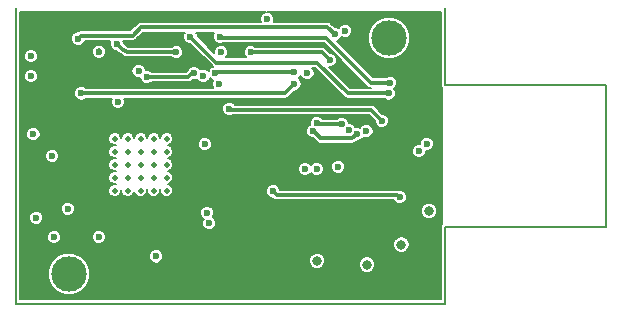
<source format=gbr>
G04 (created by PCBNEW (2013-05-16 BZR 4016)-stable) date 11. 1. 2014 1:24:09*
%MOIN*%
G04 Gerber Fmt 3.4, Leading zero omitted, Abs format*
%FSLAX34Y34*%
G01*
G70*
G90*
G04 APERTURE LIST*
%ADD10C,0.00590551*%
%ADD11C,0.11811*%
%ADD12C,0.023622*%
%ADD13C,0.0314961*%
%ADD14C,0.019685*%
%ADD15C,0.011811*%
%ADD16C,0.00787402*%
G04 APERTURE END LIST*
G54D10*
X20795Y-20510D02*
X20795Y-10667D01*
X35106Y-13206D02*
X35106Y-10667D01*
X40480Y-13206D02*
X35106Y-13206D01*
X35106Y-17970D02*
X35106Y-20510D01*
X40480Y-17970D02*
X35106Y-17970D01*
X40480Y-13206D02*
X40480Y-17970D01*
X35106Y-20510D02*
X20795Y-20510D01*
G54D11*
X33236Y-11651D03*
X22566Y-19525D03*
G54D12*
X27566Y-13187D03*
X27094Y-15195D03*
X28629Y-12124D03*
X31267Y-12399D03*
X34495Y-15175D03*
X34239Y-15431D03*
X27173Y-17478D03*
X30440Y-16021D03*
X27251Y-17832D03*
X30834Y-16021D03*
X26621Y-11612D03*
X33236Y-13502D03*
X27606Y-11612D03*
X33275Y-13147D03*
X22881Y-11671D03*
X31425Y-11533D03*
X22980Y-13502D03*
X30086Y-13187D03*
X30519Y-12832D03*
X31543Y-15943D03*
X30086Y-12793D03*
X30834Y-14486D03*
X27448Y-12832D03*
X31661Y-14525D03*
X30716Y-14762D03*
X27645Y-12124D03*
X32173Y-14860D03*
X24161Y-11848D03*
X26149Y-12124D03*
X22015Y-15588D03*
X22527Y-17340D03*
X31897Y-14722D03*
X22075Y-18292D03*
X32487Y-14762D03*
X21387Y-14860D03*
X32999Y-14407D03*
X27921Y-14014D03*
X29377Y-16769D03*
X33590Y-16966D03*
G54D13*
X34574Y-17419D03*
G54D12*
X30015Y-19750D03*
X24101Y-18680D03*
X21385Y-16297D03*
X23505Y-13030D03*
X22575Y-15590D03*
X33610Y-14486D03*
X26110Y-18689D03*
X21917Y-12557D03*
X32173Y-11415D03*
X33669Y-13777D03*
X27724Y-16454D03*
X24574Y-11179D03*
X26169Y-12636D03*
X27980Y-12202D03*
X27881Y-14880D03*
G54D14*
X32684Y-17537D03*
X32684Y-18088D03*
X32251Y-18088D03*
X31818Y-18088D03*
X31818Y-17537D03*
X32251Y-17537D03*
G54D12*
X21306Y-12931D03*
X21306Y-12262D03*
G54D13*
X30845Y-19080D03*
X32505Y-19210D03*
G54D12*
X26739Y-12832D03*
X25165Y-12951D03*
G54D14*
X25401Y-15884D03*
X25834Y-15884D03*
X25834Y-15451D03*
X25834Y-15017D03*
X25401Y-15017D03*
X25401Y-15451D03*
X24968Y-15884D03*
X24958Y-15874D03*
X25391Y-16307D03*
X25824Y-16307D03*
X25824Y-16740D03*
X25391Y-16740D03*
X24958Y-16740D03*
X24958Y-16307D03*
X24535Y-15884D03*
X24102Y-15884D03*
X24102Y-16317D03*
X24102Y-16750D03*
X24535Y-16750D03*
X24535Y-16317D03*
X24968Y-15884D03*
X24968Y-15884D03*
X24535Y-15451D03*
X24102Y-15451D03*
X24102Y-15017D03*
X24535Y-15017D03*
X24968Y-15017D03*
X24968Y-15451D03*
G54D12*
X23566Y-18286D03*
X24204Y-13779D03*
X23570Y-12110D03*
X29180Y-11021D03*
X21485Y-17650D03*
X31779Y-11415D03*
X25480Y-18935D03*
X27054Y-12911D03*
X24889Y-12754D03*
G54D13*
X33649Y-18541D03*
G54D15*
X30913Y-12124D02*
X30991Y-12124D01*
X30913Y-12124D02*
X28629Y-12124D01*
X30991Y-12124D02*
X31267Y-12399D01*
X27487Y-12478D02*
X26621Y-11612D01*
X30834Y-12478D02*
X27487Y-12478D01*
X31858Y-13502D02*
X30834Y-12478D01*
X32094Y-13502D02*
X31858Y-13502D01*
X33236Y-13502D02*
X32094Y-13502D01*
X27645Y-11651D02*
X27606Y-11612D01*
X31149Y-11651D02*
X27645Y-11651D01*
X33275Y-13147D02*
X32645Y-13147D01*
X32645Y-13147D02*
X31149Y-11651D01*
X23058Y-11573D02*
X22980Y-11573D01*
X31425Y-11533D02*
X31188Y-11297D01*
X31188Y-11297D02*
X24968Y-11297D01*
X24968Y-11297D02*
X24692Y-11573D01*
X24692Y-11573D02*
X23058Y-11573D01*
X22980Y-11573D02*
X22881Y-11671D01*
X29771Y-13502D02*
X23137Y-13502D01*
X23137Y-13502D02*
X22980Y-13502D01*
X30086Y-13187D02*
X29771Y-13502D01*
X27448Y-12832D02*
X27487Y-12793D01*
X27487Y-12793D02*
X30086Y-12793D01*
X30834Y-14486D02*
X30873Y-14525D01*
X30873Y-14525D02*
X31661Y-14525D01*
X30755Y-14801D02*
X30952Y-14998D01*
X30952Y-14998D02*
X32015Y-14998D01*
X32015Y-14998D02*
X32173Y-14860D01*
X30716Y-14762D02*
X30755Y-14801D01*
X24338Y-12006D02*
X24161Y-11848D01*
X24495Y-12124D02*
X24338Y-12006D01*
X26149Y-12124D02*
X24495Y-12124D01*
X32645Y-14053D02*
X32999Y-14407D01*
X27960Y-14053D02*
X32645Y-14053D01*
X27921Y-14014D02*
X27960Y-14053D01*
X29495Y-16888D02*
X29377Y-16769D01*
X33511Y-16888D02*
X29495Y-16888D01*
X33590Y-16966D02*
X33511Y-16888D01*
X26110Y-18689D02*
X27974Y-18689D01*
X29035Y-19750D02*
X30015Y-19750D01*
X27974Y-18689D02*
X29035Y-19750D01*
X26661Y-12832D02*
X26739Y-12832D01*
X26543Y-12951D02*
X26661Y-12832D01*
X25165Y-12951D02*
X26543Y-12951D01*
X21485Y-17650D02*
X21504Y-17650D01*
X23570Y-12045D02*
X23560Y-12045D01*
G54D10*
G36*
X32645Y-13325D02*
X32094Y-13325D01*
X31931Y-13325D01*
X31242Y-12636D01*
X31314Y-12636D01*
X31401Y-12600D01*
X31467Y-12533D01*
X31503Y-12447D01*
X31503Y-12353D01*
X31467Y-12266D01*
X31401Y-12199D01*
X31314Y-12163D01*
X31281Y-12163D01*
X31117Y-11998D01*
X31059Y-11960D01*
X30991Y-11947D01*
X30913Y-11947D01*
X28786Y-11947D01*
X28763Y-11924D01*
X28676Y-11888D01*
X28582Y-11887D01*
X28496Y-11923D01*
X28429Y-11990D01*
X28393Y-12077D01*
X28393Y-12171D01*
X28429Y-12257D01*
X28472Y-12301D01*
X27802Y-12301D01*
X27845Y-12258D01*
X27881Y-12171D01*
X27881Y-12077D01*
X27845Y-11990D01*
X27779Y-11924D01*
X27692Y-11888D01*
X27598Y-11887D01*
X27511Y-11923D01*
X27445Y-11990D01*
X27409Y-12077D01*
X27409Y-12149D01*
X26858Y-11598D01*
X26858Y-11565D01*
X26822Y-11478D01*
X26818Y-11474D01*
X27409Y-11474D01*
X27405Y-11478D01*
X27369Y-11565D01*
X27369Y-11659D01*
X27405Y-11746D01*
X27472Y-11812D01*
X27558Y-11848D01*
X27652Y-11848D01*
X27700Y-11828D01*
X31076Y-11828D01*
X32520Y-13273D01*
X32577Y-13311D01*
X32645Y-13325D01*
X32645Y-13325D01*
G37*
G54D16*
X32645Y-13325D02*
X32094Y-13325D01*
X31931Y-13325D01*
X31242Y-12636D01*
X31314Y-12636D01*
X31401Y-12600D01*
X31467Y-12533D01*
X31503Y-12447D01*
X31503Y-12353D01*
X31467Y-12266D01*
X31401Y-12199D01*
X31314Y-12163D01*
X31281Y-12163D01*
X31117Y-11998D01*
X31059Y-11960D01*
X30991Y-11947D01*
X30913Y-11947D01*
X28786Y-11947D01*
X28763Y-11924D01*
X28676Y-11888D01*
X28582Y-11887D01*
X28496Y-11923D01*
X28429Y-11990D01*
X28393Y-12077D01*
X28393Y-12171D01*
X28429Y-12257D01*
X28472Y-12301D01*
X27802Y-12301D01*
X27845Y-12258D01*
X27881Y-12171D01*
X27881Y-12077D01*
X27845Y-11990D01*
X27779Y-11924D01*
X27692Y-11888D01*
X27598Y-11887D01*
X27511Y-11923D01*
X27445Y-11990D01*
X27409Y-12077D01*
X27409Y-12149D01*
X26858Y-11598D01*
X26858Y-11565D01*
X26822Y-11478D01*
X26818Y-11474D01*
X27409Y-11474D01*
X27405Y-11478D01*
X27369Y-11565D01*
X27369Y-11659D01*
X27405Y-11746D01*
X27472Y-11812D01*
X27558Y-11848D01*
X27652Y-11848D01*
X27700Y-11828D01*
X31076Y-11828D01*
X32520Y-13273D01*
X32577Y-13311D01*
X32645Y-13325D01*
G54D10*
G36*
X35007Y-17862D02*
X35001Y-17866D01*
X34969Y-17914D01*
X34958Y-17970D01*
X34958Y-20362D01*
X34850Y-20362D01*
X34850Y-17364D01*
X34808Y-17263D01*
X34732Y-17187D01*
X34732Y-15128D01*
X34696Y-15041D01*
X34629Y-14975D01*
X34543Y-14939D01*
X34449Y-14939D01*
X34362Y-14975D01*
X34295Y-15041D01*
X34259Y-15128D01*
X34259Y-15195D01*
X34193Y-15195D01*
X34106Y-15230D01*
X34039Y-15297D01*
X34003Y-15384D01*
X34003Y-15478D01*
X34039Y-15564D01*
X34105Y-15631D01*
X34192Y-15667D01*
X34286Y-15667D01*
X34373Y-15631D01*
X34440Y-15565D01*
X34476Y-15478D01*
X34476Y-15411D01*
X34542Y-15411D01*
X34629Y-15375D01*
X34696Y-15309D01*
X34732Y-15222D01*
X34732Y-15128D01*
X34732Y-17187D01*
X34730Y-17186D01*
X34629Y-17143D01*
X34520Y-17143D01*
X34418Y-17185D01*
X34341Y-17263D01*
X34299Y-17364D01*
X34298Y-17474D01*
X34340Y-17575D01*
X34418Y-17653D01*
X34519Y-17695D01*
X34629Y-17695D01*
X34730Y-17653D01*
X34808Y-17575D01*
X34850Y-17474D01*
X34850Y-17364D01*
X34850Y-20362D01*
X33944Y-20362D01*
X33944Y-11511D01*
X33837Y-11250D01*
X33637Y-11051D01*
X33377Y-10943D01*
X33095Y-10943D01*
X32835Y-11050D01*
X32635Y-11249D01*
X32527Y-11510D01*
X32527Y-11792D01*
X32634Y-12052D01*
X32834Y-12252D01*
X33094Y-12360D01*
X33376Y-12360D01*
X33636Y-12252D01*
X33836Y-12053D01*
X33944Y-11793D01*
X33944Y-11511D01*
X33944Y-20362D01*
X33925Y-20362D01*
X33925Y-18486D01*
X33883Y-18385D01*
X33826Y-18328D01*
X33826Y-16919D01*
X33790Y-16833D01*
X33724Y-16766D01*
X33637Y-16730D01*
X33588Y-16730D01*
X33588Y-16730D01*
X33579Y-16724D01*
X33511Y-16710D01*
X33236Y-16710D01*
X33236Y-14360D01*
X33200Y-14274D01*
X33133Y-14207D01*
X33046Y-14171D01*
X33014Y-14171D01*
X32770Y-13928D01*
X32713Y-13889D01*
X32645Y-13876D01*
X28117Y-13876D01*
X28055Y-13813D01*
X27968Y-13777D01*
X27874Y-13777D01*
X27787Y-13813D01*
X27720Y-13880D01*
X27684Y-13966D01*
X27684Y-14060D01*
X27720Y-14147D01*
X27787Y-14214D01*
X27873Y-14250D01*
X27967Y-14250D01*
X28015Y-14230D01*
X32572Y-14230D01*
X32763Y-14422D01*
X32763Y-14454D01*
X32799Y-14541D01*
X32865Y-14607D01*
X32952Y-14643D01*
X33046Y-14643D01*
X33133Y-14608D01*
X33199Y-14541D01*
X33235Y-14454D01*
X33236Y-14360D01*
X33236Y-16710D01*
X32724Y-16710D01*
X32724Y-14715D01*
X32688Y-14628D01*
X32621Y-14561D01*
X32535Y-14525D01*
X32441Y-14525D01*
X32354Y-14561D01*
X32287Y-14628D01*
X32279Y-14648D01*
X32220Y-14624D01*
X32126Y-14624D01*
X32114Y-14629D01*
X32097Y-14589D01*
X32031Y-14522D01*
X31944Y-14486D01*
X31897Y-14486D01*
X31897Y-14479D01*
X31861Y-14392D01*
X31795Y-14325D01*
X31708Y-14289D01*
X31614Y-14289D01*
X31527Y-14325D01*
X31504Y-14348D01*
X31030Y-14348D01*
X30968Y-14286D01*
X30881Y-14250D01*
X30787Y-14250D01*
X30700Y-14286D01*
X30634Y-14352D01*
X30598Y-14439D01*
X30598Y-14533D01*
X30605Y-14552D01*
X30582Y-14561D01*
X30516Y-14628D01*
X30480Y-14714D01*
X30480Y-14808D01*
X30515Y-14895D01*
X30582Y-14962D01*
X30669Y-14998D01*
X30701Y-14998D01*
X30827Y-15123D01*
X30827Y-15123D01*
X30884Y-15161D01*
X30952Y-15175D01*
X30952Y-15175D01*
X32015Y-15175D01*
X32043Y-15169D01*
X32072Y-15166D01*
X32077Y-15163D01*
X32083Y-15161D01*
X32107Y-15145D01*
X32132Y-15131D01*
X32172Y-15096D01*
X32219Y-15096D01*
X32306Y-15060D01*
X32373Y-14994D01*
X32381Y-14973D01*
X32440Y-14998D01*
X32534Y-14998D01*
X32621Y-14962D01*
X32688Y-14896D01*
X32724Y-14809D01*
X32724Y-14715D01*
X32724Y-16710D01*
X31779Y-16710D01*
X31779Y-15896D01*
X31743Y-15809D01*
X31677Y-15743D01*
X31590Y-15706D01*
X31496Y-15706D01*
X31409Y-15742D01*
X31342Y-15809D01*
X31306Y-15895D01*
X31306Y-15989D01*
X31342Y-16076D01*
X31409Y-16143D01*
X31495Y-16179D01*
X31589Y-16179D01*
X31676Y-16143D01*
X31743Y-16077D01*
X31779Y-15990D01*
X31779Y-15896D01*
X31779Y-16710D01*
X31070Y-16710D01*
X31070Y-15975D01*
X31034Y-15888D01*
X30968Y-15821D01*
X30881Y-15785D01*
X30787Y-15785D01*
X30700Y-15821D01*
X30637Y-15884D01*
X30574Y-15821D01*
X30487Y-15785D01*
X30393Y-15785D01*
X30307Y-15821D01*
X30240Y-15887D01*
X30204Y-15974D01*
X30204Y-16068D01*
X30240Y-16155D01*
X30306Y-16222D01*
X30393Y-16258D01*
X30487Y-16258D01*
X30574Y-16222D01*
X30637Y-16159D01*
X30700Y-16222D01*
X30787Y-16258D01*
X30881Y-16258D01*
X30968Y-16222D01*
X31034Y-16155D01*
X31070Y-16069D01*
X31070Y-15975D01*
X31070Y-16710D01*
X29608Y-16710D01*
X29578Y-16636D01*
X29511Y-16569D01*
X29424Y-16533D01*
X29330Y-16533D01*
X29244Y-16569D01*
X29177Y-16635D01*
X29141Y-16722D01*
X29141Y-16816D01*
X29177Y-16903D01*
X29243Y-16970D01*
X29330Y-17006D01*
X29363Y-17006D01*
X29370Y-17013D01*
X29428Y-17051D01*
X29428Y-17051D01*
X29495Y-17065D01*
X33375Y-17065D01*
X33389Y-17100D01*
X33456Y-17166D01*
X33543Y-17202D01*
X33637Y-17203D01*
X33723Y-17167D01*
X33790Y-17100D01*
X33826Y-17013D01*
X33826Y-16919D01*
X33826Y-18328D01*
X33805Y-18308D01*
X33704Y-18266D01*
X33594Y-18265D01*
X33493Y-18307D01*
X33415Y-18385D01*
X33373Y-18486D01*
X33373Y-18596D01*
X33415Y-18697D01*
X33493Y-18775D01*
X33594Y-18817D01*
X33704Y-18817D01*
X33805Y-18775D01*
X33882Y-18697D01*
X33925Y-18596D01*
X33925Y-18486D01*
X33925Y-20362D01*
X32780Y-20362D01*
X32780Y-19155D01*
X32738Y-19054D01*
X32661Y-18976D01*
X32560Y-18934D01*
X32450Y-18934D01*
X32349Y-18976D01*
X32271Y-19053D01*
X32229Y-19154D01*
X32229Y-19264D01*
X32271Y-19365D01*
X32348Y-19443D01*
X32449Y-19485D01*
X32559Y-19485D01*
X32660Y-19443D01*
X32738Y-19366D01*
X32780Y-19265D01*
X32780Y-19155D01*
X32780Y-20362D01*
X31120Y-20362D01*
X31120Y-19025D01*
X31078Y-18924D01*
X31001Y-18846D01*
X30900Y-18804D01*
X30790Y-18804D01*
X30689Y-18846D01*
X30611Y-18923D01*
X30569Y-19024D01*
X30569Y-19134D01*
X30611Y-19235D01*
X30688Y-19313D01*
X30789Y-19355D01*
X30899Y-19355D01*
X31000Y-19313D01*
X31078Y-19236D01*
X31120Y-19135D01*
X31120Y-19025D01*
X31120Y-20362D01*
X27488Y-20362D01*
X27488Y-17786D01*
X27452Y-17699D01*
X27385Y-17632D01*
X27362Y-17623D01*
X27373Y-17612D01*
X27409Y-17525D01*
X27409Y-17431D01*
X27373Y-17344D01*
X27330Y-17302D01*
X27330Y-15148D01*
X27294Y-15061D01*
X27228Y-14994D01*
X27141Y-14958D01*
X27047Y-14958D01*
X26960Y-14994D01*
X26894Y-15061D01*
X26858Y-15147D01*
X26858Y-15241D01*
X26893Y-15328D01*
X26960Y-15395D01*
X27047Y-15431D01*
X27141Y-15431D01*
X27227Y-15395D01*
X27294Y-15329D01*
X27330Y-15242D01*
X27330Y-15148D01*
X27330Y-17302D01*
X27307Y-17278D01*
X27220Y-17242D01*
X27126Y-17242D01*
X27039Y-17278D01*
X26972Y-17344D01*
X26936Y-17431D01*
X26936Y-17525D01*
X26972Y-17612D01*
X27039Y-17678D01*
X27062Y-17688D01*
X27051Y-17698D01*
X27015Y-17785D01*
X27015Y-17879D01*
X27051Y-17966D01*
X27117Y-18033D01*
X27204Y-18069D01*
X27298Y-18069D01*
X27385Y-18033D01*
X27451Y-17966D01*
X27487Y-17880D01*
X27488Y-17786D01*
X27488Y-20362D01*
X26051Y-20362D01*
X26051Y-15841D01*
X26018Y-15761D01*
X25957Y-15700D01*
X25877Y-15667D01*
X25877Y-15667D01*
X25956Y-15634D01*
X26017Y-15573D01*
X26050Y-15494D01*
X26051Y-15408D01*
X26018Y-15328D01*
X25957Y-15267D01*
X25877Y-15234D01*
X25877Y-15234D01*
X25956Y-15201D01*
X26017Y-15140D01*
X26050Y-15061D01*
X26051Y-14975D01*
X26018Y-14895D01*
X25957Y-14834D01*
X25877Y-14801D01*
X25791Y-14801D01*
X25711Y-14834D01*
X25650Y-14895D01*
X25617Y-14974D01*
X25617Y-14975D01*
X25585Y-14895D01*
X25524Y-14834D01*
X25444Y-14801D01*
X25358Y-14801D01*
X25278Y-14834D01*
X25217Y-14895D01*
X25184Y-14974D01*
X25184Y-14975D01*
X25151Y-14895D01*
X25091Y-14834D01*
X25011Y-14801D01*
X24925Y-14801D01*
X24845Y-14834D01*
X24784Y-14895D01*
X24751Y-14974D01*
X24751Y-14975D01*
X24718Y-14895D01*
X24658Y-14834D01*
X24578Y-14801D01*
X24492Y-14801D01*
X24412Y-14834D01*
X24351Y-14895D01*
X24318Y-14974D01*
X24318Y-14975D01*
X24285Y-14895D01*
X24224Y-14834D01*
X24145Y-14801D01*
X24059Y-14801D01*
X23979Y-14834D01*
X23918Y-14895D01*
X23885Y-14974D01*
X23885Y-15060D01*
X23918Y-15140D01*
X23979Y-15201D01*
X24058Y-15234D01*
X24145Y-15234D01*
X24059Y-15234D01*
X23979Y-15267D01*
X23918Y-15328D01*
X23885Y-15407D01*
X23885Y-15493D01*
X23918Y-15573D01*
X23979Y-15634D01*
X24058Y-15667D01*
X24145Y-15667D01*
X24059Y-15667D01*
X23979Y-15700D01*
X23918Y-15761D01*
X23885Y-15840D01*
X23885Y-15926D01*
X23918Y-16006D01*
X23979Y-16067D01*
X24058Y-16100D01*
X24145Y-16100D01*
X24059Y-16100D01*
X23979Y-16133D01*
X23918Y-16194D01*
X23885Y-16273D01*
X23885Y-16360D01*
X23918Y-16439D01*
X23979Y-16500D01*
X24058Y-16533D01*
X24145Y-16533D01*
X24059Y-16533D01*
X23979Y-16566D01*
X23918Y-16627D01*
X23885Y-16706D01*
X23885Y-16793D01*
X23918Y-16872D01*
X23979Y-16933D01*
X24058Y-16966D01*
X24145Y-16966D01*
X24224Y-16933D01*
X24285Y-16873D01*
X24318Y-16793D01*
X24318Y-16707D01*
X24318Y-16793D01*
X24351Y-16872D01*
X24412Y-16933D01*
X24491Y-16966D01*
X24578Y-16966D01*
X24657Y-16933D01*
X24718Y-16873D01*
X24748Y-16800D01*
X24774Y-16862D01*
X24835Y-16923D01*
X24915Y-16956D01*
X25001Y-16956D01*
X25080Y-16924D01*
X25141Y-16863D01*
X25174Y-16783D01*
X25175Y-16697D01*
X25174Y-16783D01*
X25207Y-16862D01*
X25268Y-16923D01*
X25348Y-16956D01*
X25434Y-16956D01*
X25514Y-16924D01*
X25574Y-16863D01*
X25608Y-16783D01*
X25608Y-16697D01*
X25608Y-16783D01*
X25640Y-16862D01*
X25701Y-16923D01*
X25781Y-16956D01*
X25867Y-16956D01*
X25947Y-16924D01*
X26008Y-16863D01*
X26041Y-16783D01*
X26041Y-16697D01*
X26008Y-16617D01*
X25947Y-16556D01*
X25867Y-16523D01*
X25867Y-16523D01*
X25947Y-16490D01*
X26008Y-16430D01*
X26041Y-16350D01*
X26041Y-16264D01*
X26008Y-16184D01*
X25947Y-16123D01*
X25884Y-16097D01*
X25956Y-16067D01*
X26017Y-16006D01*
X26050Y-15927D01*
X26051Y-15841D01*
X26051Y-20362D01*
X25716Y-20362D01*
X25716Y-18888D01*
X25680Y-18801D01*
X25614Y-18735D01*
X25527Y-18699D01*
X25433Y-18699D01*
X25346Y-18734D01*
X25279Y-18801D01*
X25243Y-18888D01*
X25243Y-18982D01*
X25279Y-19068D01*
X25346Y-19135D01*
X25432Y-19171D01*
X25526Y-19171D01*
X25613Y-19135D01*
X25680Y-19069D01*
X25716Y-18982D01*
X25716Y-18888D01*
X25716Y-20362D01*
X23802Y-20362D01*
X23802Y-18239D01*
X23766Y-18152D01*
X23699Y-18085D01*
X23613Y-18049D01*
X23519Y-18049D01*
X23432Y-18085D01*
X23365Y-18152D01*
X23329Y-18238D01*
X23329Y-18332D01*
X23365Y-18419D01*
X23432Y-18486D01*
X23518Y-18522D01*
X23612Y-18522D01*
X23699Y-18486D01*
X23766Y-18419D01*
X23802Y-18333D01*
X23802Y-18239D01*
X23802Y-20362D01*
X23275Y-20362D01*
X23275Y-19385D01*
X23167Y-19124D01*
X22968Y-18925D01*
X22763Y-18840D01*
X22763Y-17294D01*
X22727Y-17207D01*
X22661Y-17140D01*
X22574Y-17104D01*
X22480Y-17104D01*
X22393Y-17140D01*
X22327Y-17206D01*
X22291Y-17293D01*
X22291Y-17387D01*
X22326Y-17474D01*
X22393Y-17540D01*
X22480Y-17576D01*
X22574Y-17577D01*
X22660Y-17541D01*
X22727Y-17474D01*
X22763Y-17387D01*
X22763Y-17294D01*
X22763Y-18840D01*
X22708Y-18817D01*
X22426Y-18817D01*
X22311Y-18864D01*
X22311Y-18245D01*
X22275Y-18158D01*
X22251Y-18134D01*
X22251Y-15542D01*
X22215Y-15455D01*
X22149Y-15388D01*
X22062Y-15352D01*
X21968Y-15352D01*
X21881Y-15388D01*
X21815Y-15454D01*
X21779Y-15541D01*
X21779Y-15635D01*
X21815Y-15722D01*
X21881Y-15788D01*
X21968Y-15824D01*
X22062Y-15825D01*
X22149Y-15789D01*
X22215Y-15722D01*
X22251Y-15636D01*
X22251Y-15542D01*
X22251Y-18134D01*
X22208Y-18091D01*
X22122Y-18055D01*
X22028Y-18055D01*
X21941Y-18091D01*
X21874Y-18158D01*
X21838Y-18244D01*
X21838Y-18338D01*
X21874Y-18425D01*
X21941Y-18492D01*
X22027Y-18528D01*
X22121Y-18528D01*
X22208Y-18492D01*
X22275Y-18425D01*
X22311Y-18339D01*
X22311Y-18245D01*
X22311Y-18864D01*
X22165Y-18924D01*
X21966Y-19123D01*
X21858Y-19384D01*
X21857Y-19666D01*
X21965Y-19926D01*
X22164Y-20126D01*
X22425Y-20234D01*
X22707Y-20234D01*
X22967Y-20126D01*
X23167Y-19927D01*
X23275Y-19667D01*
X23275Y-19385D01*
X23275Y-20362D01*
X21721Y-20362D01*
X21721Y-17603D01*
X21685Y-17516D01*
X21623Y-17454D01*
X21623Y-14813D01*
X21587Y-14726D01*
X21543Y-14682D01*
X21543Y-12884D01*
X21543Y-12215D01*
X21507Y-12128D01*
X21440Y-12061D01*
X21354Y-12025D01*
X21260Y-12025D01*
X21173Y-12061D01*
X21106Y-12128D01*
X21070Y-12214D01*
X21070Y-12308D01*
X21106Y-12395D01*
X21172Y-12462D01*
X21259Y-12498D01*
X21353Y-12498D01*
X21440Y-12462D01*
X21507Y-12396D01*
X21543Y-12309D01*
X21543Y-12215D01*
X21543Y-12884D01*
X21507Y-12797D01*
X21440Y-12731D01*
X21354Y-12695D01*
X21260Y-12695D01*
X21173Y-12730D01*
X21106Y-12797D01*
X21070Y-12884D01*
X21070Y-12978D01*
X21106Y-13064D01*
X21172Y-13131D01*
X21259Y-13167D01*
X21353Y-13167D01*
X21440Y-13131D01*
X21507Y-13065D01*
X21543Y-12978D01*
X21543Y-12884D01*
X21543Y-14682D01*
X21520Y-14659D01*
X21434Y-14623D01*
X21340Y-14623D01*
X21253Y-14659D01*
X21186Y-14726D01*
X21150Y-14812D01*
X21150Y-14906D01*
X21186Y-14993D01*
X21253Y-15060D01*
X21339Y-15096D01*
X21433Y-15096D01*
X21520Y-15060D01*
X21587Y-14993D01*
X21623Y-14907D01*
X21623Y-14813D01*
X21623Y-17454D01*
X21618Y-17449D01*
X21532Y-17413D01*
X21438Y-17413D01*
X21351Y-17449D01*
X21284Y-17516D01*
X21248Y-17602D01*
X21248Y-17696D01*
X21284Y-17783D01*
X21351Y-17850D01*
X21437Y-17886D01*
X21531Y-17886D01*
X21618Y-17850D01*
X21685Y-17783D01*
X21721Y-17697D01*
X21721Y-17603D01*
X21721Y-20362D01*
X20942Y-20362D01*
X20942Y-10785D01*
X29134Y-10785D01*
X29047Y-10821D01*
X28980Y-10887D01*
X28944Y-10974D01*
X28944Y-11068D01*
X28965Y-11120D01*
X24968Y-11120D01*
X24900Y-11133D01*
X24843Y-11172D01*
X24619Y-11395D01*
X23058Y-11395D01*
X22980Y-11395D01*
X22912Y-11409D01*
X22873Y-11435D01*
X22834Y-11435D01*
X22748Y-11471D01*
X22681Y-11537D01*
X22645Y-11624D01*
X22645Y-11718D01*
X22681Y-11805D01*
X22747Y-11871D01*
X22834Y-11907D01*
X22928Y-11907D01*
X23015Y-11871D01*
X23081Y-11805D01*
X23104Y-11750D01*
X23946Y-11750D01*
X23925Y-11801D01*
X23924Y-11895D01*
X23960Y-11982D01*
X24027Y-12048D01*
X24114Y-12084D01*
X24160Y-12084D01*
X24220Y-12138D01*
X24226Y-12142D01*
X24232Y-12147D01*
X24389Y-12266D01*
X24410Y-12275D01*
X24428Y-12287D01*
X24440Y-12290D01*
X24451Y-12295D01*
X24474Y-12297D01*
X24495Y-12301D01*
X25992Y-12301D01*
X26015Y-12324D01*
X26102Y-12360D01*
X26196Y-12360D01*
X26283Y-12324D01*
X26349Y-12258D01*
X26385Y-12171D01*
X26385Y-12077D01*
X26349Y-11990D01*
X26283Y-11924D01*
X26196Y-11888D01*
X26102Y-11887D01*
X26015Y-11923D01*
X25992Y-11947D01*
X24554Y-11947D01*
X24451Y-11869D01*
X24397Y-11821D01*
X24397Y-11801D01*
X24376Y-11750D01*
X24692Y-11750D01*
X24760Y-11736D01*
X24760Y-11736D01*
X24817Y-11698D01*
X25041Y-11474D01*
X26425Y-11474D01*
X26421Y-11478D01*
X26385Y-11565D01*
X26385Y-11659D01*
X26421Y-11746D01*
X26487Y-11812D01*
X26574Y-11848D01*
X26607Y-11848D01*
X27362Y-12603D01*
X27362Y-12603D01*
X27371Y-12609D01*
X27314Y-12632D01*
X27248Y-12698D01*
X27227Y-12749D01*
X27188Y-12711D01*
X27102Y-12675D01*
X27008Y-12675D01*
X26941Y-12702D01*
X26940Y-12699D01*
X26873Y-12632D01*
X26787Y-12596D01*
X26693Y-12596D01*
X26606Y-12632D01*
X26539Y-12698D01*
X26536Y-12707D01*
X26535Y-12707D01*
X26469Y-12773D01*
X25322Y-12773D01*
X25299Y-12750D01*
X25212Y-12714D01*
X25125Y-12714D01*
X25125Y-12707D01*
X25089Y-12620D01*
X25023Y-12554D01*
X24936Y-12517D01*
X24842Y-12517D01*
X24755Y-12553D01*
X24689Y-12620D01*
X24653Y-12706D01*
X24653Y-12800D01*
X24689Y-12887D01*
X24755Y-12954D01*
X24842Y-12990D01*
X24928Y-12990D01*
X24928Y-12997D01*
X24964Y-13084D01*
X25031Y-13151D01*
X25117Y-13187D01*
X25211Y-13187D01*
X25298Y-13151D01*
X25322Y-13128D01*
X26543Y-13128D01*
X26610Y-13114D01*
X26610Y-13114D01*
X26668Y-13076D01*
X26680Y-13064D01*
X26692Y-13069D01*
X26786Y-13069D01*
X26853Y-13041D01*
X26854Y-13045D01*
X26920Y-13111D01*
X27007Y-13147D01*
X27101Y-13147D01*
X27188Y-13112D01*
X27255Y-13045D01*
X27276Y-12994D01*
X27314Y-13033D01*
X27366Y-13054D01*
X27330Y-13140D01*
X27330Y-13234D01*
X27366Y-13320D01*
X27370Y-13325D01*
X23806Y-13325D01*
X23806Y-12063D01*
X23771Y-11976D01*
X23704Y-11909D01*
X23640Y-11883D01*
X23638Y-11881D01*
X23635Y-11881D01*
X23617Y-11873D01*
X23598Y-11873D01*
X23570Y-11868D01*
X23560Y-11868D01*
X23533Y-11873D01*
X23523Y-11873D01*
X23514Y-11877D01*
X23493Y-11881D01*
X23474Y-11894D01*
X23437Y-11909D01*
X23370Y-11976D01*
X23334Y-12062D01*
X23334Y-12156D01*
X23370Y-12243D01*
X23436Y-12310D01*
X23523Y-12346D01*
X23617Y-12346D01*
X23704Y-12310D01*
X23770Y-12243D01*
X23806Y-12157D01*
X23806Y-12063D01*
X23806Y-13325D01*
X23137Y-13325D01*
X23137Y-13325D01*
X23114Y-13302D01*
X23027Y-13266D01*
X22933Y-13265D01*
X22846Y-13301D01*
X22779Y-13368D01*
X22743Y-13455D01*
X22743Y-13548D01*
X22779Y-13635D01*
X22846Y-13702D01*
X22932Y-13738D01*
X23026Y-13738D01*
X23113Y-13702D01*
X23137Y-13679D01*
X23137Y-13679D01*
X23989Y-13679D01*
X23967Y-13731D01*
X23967Y-13825D01*
X24003Y-13912D01*
X24070Y-13979D01*
X24156Y-14015D01*
X24250Y-14015D01*
X24337Y-13979D01*
X24404Y-13912D01*
X24440Y-13826D01*
X24440Y-13732D01*
X24418Y-13679D01*
X29771Y-13679D01*
X29839Y-13665D01*
X29896Y-13627D01*
X29897Y-13627D01*
X30100Y-13423D01*
X30133Y-13423D01*
X30220Y-13387D01*
X30286Y-13321D01*
X30322Y-13234D01*
X30322Y-13140D01*
X30286Y-13053D01*
X30223Y-12990D01*
X30286Y-12927D01*
X30294Y-12907D01*
X30319Y-12966D01*
X30385Y-13033D01*
X30472Y-13069D01*
X30566Y-13069D01*
X30653Y-13033D01*
X30719Y-12966D01*
X30755Y-12880D01*
X30755Y-12786D01*
X30719Y-12699D01*
X30676Y-12655D01*
X30761Y-12655D01*
X31732Y-13627D01*
X31790Y-13665D01*
X31858Y-13679D01*
X32094Y-13679D01*
X33079Y-13679D01*
X33102Y-13702D01*
X33188Y-13738D01*
X33282Y-13738D01*
X33369Y-13702D01*
X33436Y-13636D01*
X33472Y-13549D01*
X33472Y-13455D01*
X33436Y-13368D01*
X33412Y-13344D01*
X33475Y-13281D01*
X33511Y-13195D01*
X33511Y-13101D01*
X33475Y-13014D01*
X33409Y-12947D01*
X33322Y-12911D01*
X33228Y-12911D01*
X33141Y-12947D01*
X33118Y-12970D01*
X32718Y-12970D01*
X31504Y-11756D01*
X31558Y-11734D01*
X31625Y-11667D01*
X31646Y-11616D01*
X31732Y-11651D01*
X31826Y-11651D01*
X31912Y-11615D01*
X31979Y-11549D01*
X32015Y-11462D01*
X32015Y-11368D01*
X31979Y-11281D01*
X31913Y-11215D01*
X31826Y-11179D01*
X31732Y-11179D01*
X31645Y-11215D01*
X31579Y-11281D01*
X31557Y-11333D01*
X31472Y-11297D01*
X31439Y-11297D01*
X31314Y-11172D01*
X31256Y-11133D01*
X31188Y-11120D01*
X29395Y-11120D01*
X29417Y-11069D01*
X29417Y-10975D01*
X29381Y-10888D01*
X29314Y-10821D01*
X29228Y-10785D01*
X29181Y-10785D01*
X34958Y-10785D01*
X34958Y-13206D01*
X34969Y-13263D01*
X35001Y-13311D01*
X35007Y-13315D01*
X35007Y-17862D01*
X35007Y-17862D01*
G37*
G54D16*
X35007Y-17862D02*
X35001Y-17866D01*
X34969Y-17914D01*
X34958Y-17970D01*
X34958Y-20362D01*
X34850Y-20362D01*
X34850Y-17364D01*
X34808Y-17263D01*
X34732Y-17187D01*
X34732Y-15128D01*
X34696Y-15041D01*
X34629Y-14975D01*
X34543Y-14939D01*
X34449Y-14939D01*
X34362Y-14975D01*
X34295Y-15041D01*
X34259Y-15128D01*
X34259Y-15195D01*
X34193Y-15195D01*
X34106Y-15230D01*
X34039Y-15297D01*
X34003Y-15384D01*
X34003Y-15478D01*
X34039Y-15564D01*
X34105Y-15631D01*
X34192Y-15667D01*
X34286Y-15667D01*
X34373Y-15631D01*
X34440Y-15565D01*
X34476Y-15478D01*
X34476Y-15411D01*
X34542Y-15411D01*
X34629Y-15375D01*
X34696Y-15309D01*
X34732Y-15222D01*
X34732Y-15128D01*
X34732Y-17187D01*
X34730Y-17186D01*
X34629Y-17143D01*
X34520Y-17143D01*
X34418Y-17185D01*
X34341Y-17263D01*
X34299Y-17364D01*
X34298Y-17474D01*
X34340Y-17575D01*
X34418Y-17653D01*
X34519Y-17695D01*
X34629Y-17695D01*
X34730Y-17653D01*
X34808Y-17575D01*
X34850Y-17474D01*
X34850Y-17364D01*
X34850Y-20362D01*
X33944Y-20362D01*
X33944Y-11511D01*
X33837Y-11250D01*
X33637Y-11051D01*
X33377Y-10943D01*
X33095Y-10943D01*
X32835Y-11050D01*
X32635Y-11249D01*
X32527Y-11510D01*
X32527Y-11792D01*
X32634Y-12052D01*
X32834Y-12252D01*
X33094Y-12360D01*
X33376Y-12360D01*
X33636Y-12252D01*
X33836Y-12053D01*
X33944Y-11793D01*
X33944Y-11511D01*
X33944Y-20362D01*
X33925Y-20362D01*
X33925Y-18486D01*
X33883Y-18385D01*
X33826Y-18328D01*
X33826Y-16919D01*
X33790Y-16833D01*
X33724Y-16766D01*
X33637Y-16730D01*
X33588Y-16730D01*
X33588Y-16730D01*
X33579Y-16724D01*
X33511Y-16710D01*
X33236Y-16710D01*
X33236Y-14360D01*
X33200Y-14274D01*
X33133Y-14207D01*
X33046Y-14171D01*
X33014Y-14171D01*
X32770Y-13928D01*
X32713Y-13889D01*
X32645Y-13876D01*
X28117Y-13876D01*
X28055Y-13813D01*
X27968Y-13777D01*
X27874Y-13777D01*
X27787Y-13813D01*
X27720Y-13880D01*
X27684Y-13966D01*
X27684Y-14060D01*
X27720Y-14147D01*
X27787Y-14214D01*
X27873Y-14250D01*
X27967Y-14250D01*
X28015Y-14230D01*
X32572Y-14230D01*
X32763Y-14422D01*
X32763Y-14454D01*
X32799Y-14541D01*
X32865Y-14607D01*
X32952Y-14643D01*
X33046Y-14643D01*
X33133Y-14608D01*
X33199Y-14541D01*
X33235Y-14454D01*
X33236Y-14360D01*
X33236Y-16710D01*
X32724Y-16710D01*
X32724Y-14715D01*
X32688Y-14628D01*
X32621Y-14561D01*
X32535Y-14525D01*
X32441Y-14525D01*
X32354Y-14561D01*
X32287Y-14628D01*
X32279Y-14648D01*
X32220Y-14624D01*
X32126Y-14624D01*
X32114Y-14629D01*
X32097Y-14589D01*
X32031Y-14522D01*
X31944Y-14486D01*
X31897Y-14486D01*
X31897Y-14479D01*
X31861Y-14392D01*
X31795Y-14325D01*
X31708Y-14289D01*
X31614Y-14289D01*
X31527Y-14325D01*
X31504Y-14348D01*
X31030Y-14348D01*
X30968Y-14286D01*
X30881Y-14250D01*
X30787Y-14250D01*
X30700Y-14286D01*
X30634Y-14352D01*
X30598Y-14439D01*
X30598Y-14533D01*
X30605Y-14552D01*
X30582Y-14561D01*
X30516Y-14628D01*
X30480Y-14714D01*
X30480Y-14808D01*
X30515Y-14895D01*
X30582Y-14962D01*
X30669Y-14998D01*
X30701Y-14998D01*
X30827Y-15123D01*
X30827Y-15123D01*
X30884Y-15161D01*
X30952Y-15175D01*
X30952Y-15175D01*
X32015Y-15175D01*
X32043Y-15169D01*
X32072Y-15166D01*
X32077Y-15163D01*
X32083Y-15161D01*
X32107Y-15145D01*
X32132Y-15131D01*
X32172Y-15096D01*
X32219Y-15096D01*
X32306Y-15060D01*
X32373Y-14994D01*
X32381Y-14973D01*
X32440Y-14998D01*
X32534Y-14998D01*
X32621Y-14962D01*
X32688Y-14896D01*
X32724Y-14809D01*
X32724Y-14715D01*
X32724Y-16710D01*
X31779Y-16710D01*
X31779Y-15896D01*
X31743Y-15809D01*
X31677Y-15743D01*
X31590Y-15706D01*
X31496Y-15706D01*
X31409Y-15742D01*
X31342Y-15809D01*
X31306Y-15895D01*
X31306Y-15989D01*
X31342Y-16076D01*
X31409Y-16143D01*
X31495Y-16179D01*
X31589Y-16179D01*
X31676Y-16143D01*
X31743Y-16077D01*
X31779Y-15990D01*
X31779Y-15896D01*
X31779Y-16710D01*
X31070Y-16710D01*
X31070Y-15975D01*
X31034Y-15888D01*
X30968Y-15821D01*
X30881Y-15785D01*
X30787Y-15785D01*
X30700Y-15821D01*
X30637Y-15884D01*
X30574Y-15821D01*
X30487Y-15785D01*
X30393Y-15785D01*
X30307Y-15821D01*
X30240Y-15887D01*
X30204Y-15974D01*
X30204Y-16068D01*
X30240Y-16155D01*
X30306Y-16222D01*
X30393Y-16258D01*
X30487Y-16258D01*
X30574Y-16222D01*
X30637Y-16159D01*
X30700Y-16222D01*
X30787Y-16258D01*
X30881Y-16258D01*
X30968Y-16222D01*
X31034Y-16155D01*
X31070Y-16069D01*
X31070Y-15975D01*
X31070Y-16710D01*
X29608Y-16710D01*
X29578Y-16636D01*
X29511Y-16569D01*
X29424Y-16533D01*
X29330Y-16533D01*
X29244Y-16569D01*
X29177Y-16635D01*
X29141Y-16722D01*
X29141Y-16816D01*
X29177Y-16903D01*
X29243Y-16970D01*
X29330Y-17006D01*
X29363Y-17006D01*
X29370Y-17013D01*
X29428Y-17051D01*
X29428Y-17051D01*
X29495Y-17065D01*
X33375Y-17065D01*
X33389Y-17100D01*
X33456Y-17166D01*
X33543Y-17202D01*
X33637Y-17203D01*
X33723Y-17167D01*
X33790Y-17100D01*
X33826Y-17013D01*
X33826Y-16919D01*
X33826Y-18328D01*
X33805Y-18308D01*
X33704Y-18266D01*
X33594Y-18265D01*
X33493Y-18307D01*
X33415Y-18385D01*
X33373Y-18486D01*
X33373Y-18596D01*
X33415Y-18697D01*
X33493Y-18775D01*
X33594Y-18817D01*
X33704Y-18817D01*
X33805Y-18775D01*
X33882Y-18697D01*
X33925Y-18596D01*
X33925Y-18486D01*
X33925Y-20362D01*
X32780Y-20362D01*
X32780Y-19155D01*
X32738Y-19054D01*
X32661Y-18976D01*
X32560Y-18934D01*
X32450Y-18934D01*
X32349Y-18976D01*
X32271Y-19053D01*
X32229Y-19154D01*
X32229Y-19264D01*
X32271Y-19365D01*
X32348Y-19443D01*
X32449Y-19485D01*
X32559Y-19485D01*
X32660Y-19443D01*
X32738Y-19366D01*
X32780Y-19265D01*
X32780Y-19155D01*
X32780Y-20362D01*
X31120Y-20362D01*
X31120Y-19025D01*
X31078Y-18924D01*
X31001Y-18846D01*
X30900Y-18804D01*
X30790Y-18804D01*
X30689Y-18846D01*
X30611Y-18923D01*
X30569Y-19024D01*
X30569Y-19134D01*
X30611Y-19235D01*
X30688Y-19313D01*
X30789Y-19355D01*
X30899Y-19355D01*
X31000Y-19313D01*
X31078Y-19236D01*
X31120Y-19135D01*
X31120Y-19025D01*
X31120Y-20362D01*
X27488Y-20362D01*
X27488Y-17786D01*
X27452Y-17699D01*
X27385Y-17632D01*
X27362Y-17623D01*
X27373Y-17612D01*
X27409Y-17525D01*
X27409Y-17431D01*
X27373Y-17344D01*
X27330Y-17302D01*
X27330Y-15148D01*
X27294Y-15061D01*
X27228Y-14994D01*
X27141Y-14958D01*
X27047Y-14958D01*
X26960Y-14994D01*
X26894Y-15061D01*
X26858Y-15147D01*
X26858Y-15241D01*
X26893Y-15328D01*
X26960Y-15395D01*
X27047Y-15431D01*
X27141Y-15431D01*
X27227Y-15395D01*
X27294Y-15329D01*
X27330Y-15242D01*
X27330Y-15148D01*
X27330Y-17302D01*
X27307Y-17278D01*
X27220Y-17242D01*
X27126Y-17242D01*
X27039Y-17278D01*
X26972Y-17344D01*
X26936Y-17431D01*
X26936Y-17525D01*
X26972Y-17612D01*
X27039Y-17678D01*
X27062Y-17688D01*
X27051Y-17698D01*
X27015Y-17785D01*
X27015Y-17879D01*
X27051Y-17966D01*
X27117Y-18033D01*
X27204Y-18069D01*
X27298Y-18069D01*
X27385Y-18033D01*
X27451Y-17966D01*
X27487Y-17880D01*
X27488Y-17786D01*
X27488Y-20362D01*
X26051Y-20362D01*
X26051Y-15841D01*
X26018Y-15761D01*
X25957Y-15700D01*
X25877Y-15667D01*
X25877Y-15667D01*
X25956Y-15634D01*
X26017Y-15573D01*
X26050Y-15494D01*
X26051Y-15408D01*
X26018Y-15328D01*
X25957Y-15267D01*
X25877Y-15234D01*
X25877Y-15234D01*
X25956Y-15201D01*
X26017Y-15140D01*
X26050Y-15061D01*
X26051Y-14975D01*
X26018Y-14895D01*
X25957Y-14834D01*
X25877Y-14801D01*
X25791Y-14801D01*
X25711Y-14834D01*
X25650Y-14895D01*
X25617Y-14974D01*
X25617Y-14975D01*
X25585Y-14895D01*
X25524Y-14834D01*
X25444Y-14801D01*
X25358Y-14801D01*
X25278Y-14834D01*
X25217Y-14895D01*
X25184Y-14974D01*
X25184Y-14975D01*
X25151Y-14895D01*
X25091Y-14834D01*
X25011Y-14801D01*
X24925Y-14801D01*
X24845Y-14834D01*
X24784Y-14895D01*
X24751Y-14974D01*
X24751Y-14975D01*
X24718Y-14895D01*
X24658Y-14834D01*
X24578Y-14801D01*
X24492Y-14801D01*
X24412Y-14834D01*
X24351Y-14895D01*
X24318Y-14974D01*
X24318Y-14975D01*
X24285Y-14895D01*
X24224Y-14834D01*
X24145Y-14801D01*
X24059Y-14801D01*
X23979Y-14834D01*
X23918Y-14895D01*
X23885Y-14974D01*
X23885Y-15060D01*
X23918Y-15140D01*
X23979Y-15201D01*
X24058Y-15234D01*
X24145Y-15234D01*
X24059Y-15234D01*
X23979Y-15267D01*
X23918Y-15328D01*
X23885Y-15407D01*
X23885Y-15493D01*
X23918Y-15573D01*
X23979Y-15634D01*
X24058Y-15667D01*
X24145Y-15667D01*
X24059Y-15667D01*
X23979Y-15700D01*
X23918Y-15761D01*
X23885Y-15840D01*
X23885Y-15926D01*
X23918Y-16006D01*
X23979Y-16067D01*
X24058Y-16100D01*
X24145Y-16100D01*
X24059Y-16100D01*
X23979Y-16133D01*
X23918Y-16194D01*
X23885Y-16273D01*
X23885Y-16360D01*
X23918Y-16439D01*
X23979Y-16500D01*
X24058Y-16533D01*
X24145Y-16533D01*
X24059Y-16533D01*
X23979Y-16566D01*
X23918Y-16627D01*
X23885Y-16706D01*
X23885Y-16793D01*
X23918Y-16872D01*
X23979Y-16933D01*
X24058Y-16966D01*
X24145Y-16966D01*
X24224Y-16933D01*
X24285Y-16873D01*
X24318Y-16793D01*
X24318Y-16707D01*
X24318Y-16793D01*
X24351Y-16872D01*
X24412Y-16933D01*
X24491Y-16966D01*
X24578Y-16966D01*
X24657Y-16933D01*
X24718Y-16873D01*
X24748Y-16800D01*
X24774Y-16862D01*
X24835Y-16923D01*
X24915Y-16956D01*
X25001Y-16956D01*
X25080Y-16924D01*
X25141Y-16863D01*
X25174Y-16783D01*
X25175Y-16697D01*
X25174Y-16783D01*
X25207Y-16862D01*
X25268Y-16923D01*
X25348Y-16956D01*
X25434Y-16956D01*
X25514Y-16924D01*
X25574Y-16863D01*
X25608Y-16783D01*
X25608Y-16697D01*
X25608Y-16783D01*
X25640Y-16862D01*
X25701Y-16923D01*
X25781Y-16956D01*
X25867Y-16956D01*
X25947Y-16924D01*
X26008Y-16863D01*
X26041Y-16783D01*
X26041Y-16697D01*
X26008Y-16617D01*
X25947Y-16556D01*
X25867Y-16523D01*
X25867Y-16523D01*
X25947Y-16490D01*
X26008Y-16430D01*
X26041Y-16350D01*
X26041Y-16264D01*
X26008Y-16184D01*
X25947Y-16123D01*
X25884Y-16097D01*
X25956Y-16067D01*
X26017Y-16006D01*
X26050Y-15927D01*
X26051Y-15841D01*
X26051Y-20362D01*
X25716Y-20362D01*
X25716Y-18888D01*
X25680Y-18801D01*
X25614Y-18735D01*
X25527Y-18699D01*
X25433Y-18699D01*
X25346Y-18734D01*
X25279Y-18801D01*
X25243Y-18888D01*
X25243Y-18982D01*
X25279Y-19068D01*
X25346Y-19135D01*
X25432Y-19171D01*
X25526Y-19171D01*
X25613Y-19135D01*
X25680Y-19069D01*
X25716Y-18982D01*
X25716Y-18888D01*
X25716Y-20362D01*
X23802Y-20362D01*
X23802Y-18239D01*
X23766Y-18152D01*
X23699Y-18085D01*
X23613Y-18049D01*
X23519Y-18049D01*
X23432Y-18085D01*
X23365Y-18152D01*
X23329Y-18238D01*
X23329Y-18332D01*
X23365Y-18419D01*
X23432Y-18486D01*
X23518Y-18522D01*
X23612Y-18522D01*
X23699Y-18486D01*
X23766Y-18419D01*
X23802Y-18333D01*
X23802Y-18239D01*
X23802Y-20362D01*
X23275Y-20362D01*
X23275Y-19385D01*
X23167Y-19124D01*
X22968Y-18925D01*
X22763Y-18840D01*
X22763Y-17294D01*
X22727Y-17207D01*
X22661Y-17140D01*
X22574Y-17104D01*
X22480Y-17104D01*
X22393Y-17140D01*
X22327Y-17206D01*
X22291Y-17293D01*
X22291Y-17387D01*
X22326Y-17474D01*
X22393Y-17540D01*
X22480Y-17576D01*
X22574Y-17577D01*
X22660Y-17541D01*
X22727Y-17474D01*
X22763Y-17387D01*
X22763Y-17294D01*
X22763Y-18840D01*
X22708Y-18817D01*
X22426Y-18817D01*
X22311Y-18864D01*
X22311Y-18245D01*
X22275Y-18158D01*
X22251Y-18134D01*
X22251Y-15542D01*
X22215Y-15455D01*
X22149Y-15388D01*
X22062Y-15352D01*
X21968Y-15352D01*
X21881Y-15388D01*
X21815Y-15454D01*
X21779Y-15541D01*
X21779Y-15635D01*
X21815Y-15722D01*
X21881Y-15788D01*
X21968Y-15824D01*
X22062Y-15825D01*
X22149Y-15789D01*
X22215Y-15722D01*
X22251Y-15636D01*
X22251Y-15542D01*
X22251Y-18134D01*
X22208Y-18091D01*
X22122Y-18055D01*
X22028Y-18055D01*
X21941Y-18091D01*
X21874Y-18158D01*
X21838Y-18244D01*
X21838Y-18338D01*
X21874Y-18425D01*
X21941Y-18492D01*
X22027Y-18528D01*
X22121Y-18528D01*
X22208Y-18492D01*
X22275Y-18425D01*
X22311Y-18339D01*
X22311Y-18245D01*
X22311Y-18864D01*
X22165Y-18924D01*
X21966Y-19123D01*
X21858Y-19384D01*
X21857Y-19666D01*
X21965Y-19926D01*
X22164Y-20126D01*
X22425Y-20234D01*
X22707Y-20234D01*
X22967Y-20126D01*
X23167Y-19927D01*
X23275Y-19667D01*
X23275Y-19385D01*
X23275Y-20362D01*
X21721Y-20362D01*
X21721Y-17603D01*
X21685Y-17516D01*
X21623Y-17454D01*
X21623Y-14813D01*
X21587Y-14726D01*
X21543Y-14682D01*
X21543Y-12884D01*
X21543Y-12215D01*
X21507Y-12128D01*
X21440Y-12061D01*
X21354Y-12025D01*
X21260Y-12025D01*
X21173Y-12061D01*
X21106Y-12128D01*
X21070Y-12214D01*
X21070Y-12308D01*
X21106Y-12395D01*
X21172Y-12462D01*
X21259Y-12498D01*
X21353Y-12498D01*
X21440Y-12462D01*
X21507Y-12396D01*
X21543Y-12309D01*
X21543Y-12215D01*
X21543Y-12884D01*
X21507Y-12797D01*
X21440Y-12731D01*
X21354Y-12695D01*
X21260Y-12695D01*
X21173Y-12730D01*
X21106Y-12797D01*
X21070Y-12884D01*
X21070Y-12978D01*
X21106Y-13064D01*
X21172Y-13131D01*
X21259Y-13167D01*
X21353Y-13167D01*
X21440Y-13131D01*
X21507Y-13065D01*
X21543Y-12978D01*
X21543Y-12884D01*
X21543Y-14682D01*
X21520Y-14659D01*
X21434Y-14623D01*
X21340Y-14623D01*
X21253Y-14659D01*
X21186Y-14726D01*
X21150Y-14812D01*
X21150Y-14906D01*
X21186Y-14993D01*
X21253Y-15060D01*
X21339Y-15096D01*
X21433Y-15096D01*
X21520Y-15060D01*
X21587Y-14993D01*
X21623Y-14907D01*
X21623Y-14813D01*
X21623Y-17454D01*
X21618Y-17449D01*
X21532Y-17413D01*
X21438Y-17413D01*
X21351Y-17449D01*
X21284Y-17516D01*
X21248Y-17602D01*
X21248Y-17696D01*
X21284Y-17783D01*
X21351Y-17850D01*
X21437Y-17886D01*
X21531Y-17886D01*
X21618Y-17850D01*
X21685Y-17783D01*
X21721Y-17697D01*
X21721Y-17603D01*
X21721Y-20362D01*
X20942Y-20362D01*
X20942Y-10785D01*
X29134Y-10785D01*
X29047Y-10821D01*
X28980Y-10887D01*
X28944Y-10974D01*
X28944Y-11068D01*
X28965Y-11120D01*
X24968Y-11120D01*
X24900Y-11133D01*
X24843Y-11172D01*
X24619Y-11395D01*
X23058Y-11395D01*
X22980Y-11395D01*
X22912Y-11409D01*
X22873Y-11435D01*
X22834Y-11435D01*
X22748Y-11471D01*
X22681Y-11537D01*
X22645Y-11624D01*
X22645Y-11718D01*
X22681Y-11805D01*
X22747Y-11871D01*
X22834Y-11907D01*
X22928Y-11907D01*
X23015Y-11871D01*
X23081Y-11805D01*
X23104Y-11750D01*
X23946Y-11750D01*
X23925Y-11801D01*
X23924Y-11895D01*
X23960Y-11982D01*
X24027Y-12048D01*
X24114Y-12084D01*
X24160Y-12084D01*
X24220Y-12138D01*
X24226Y-12142D01*
X24232Y-12147D01*
X24389Y-12266D01*
X24410Y-12275D01*
X24428Y-12287D01*
X24440Y-12290D01*
X24451Y-12295D01*
X24474Y-12297D01*
X24495Y-12301D01*
X25992Y-12301D01*
X26015Y-12324D01*
X26102Y-12360D01*
X26196Y-12360D01*
X26283Y-12324D01*
X26349Y-12258D01*
X26385Y-12171D01*
X26385Y-12077D01*
X26349Y-11990D01*
X26283Y-11924D01*
X26196Y-11888D01*
X26102Y-11887D01*
X26015Y-11923D01*
X25992Y-11947D01*
X24554Y-11947D01*
X24451Y-11869D01*
X24397Y-11821D01*
X24397Y-11801D01*
X24376Y-11750D01*
X24692Y-11750D01*
X24760Y-11736D01*
X24760Y-11736D01*
X24817Y-11698D01*
X25041Y-11474D01*
X26425Y-11474D01*
X26421Y-11478D01*
X26385Y-11565D01*
X26385Y-11659D01*
X26421Y-11746D01*
X26487Y-11812D01*
X26574Y-11848D01*
X26607Y-11848D01*
X27362Y-12603D01*
X27362Y-12603D01*
X27371Y-12609D01*
X27314Y-12632D01*
X27248Y-12698D01*
X27227Y-12749D01*
X27188Y-12711D01*
X27102Y-12675D01*
X27008Y-12675D01*
X26941Y-12702D01*
X26940Y-12699D01*
X26873Y-12632D01*
X26787Y-12596D01*
X26693Y-12596D01*
X26606Y-12632D01*
X26539Y-12698D01*
X26536Y-12707D01*
X26535Y-12707D01*
X26469Y-12773D01*
X25322Y-12773D01*
X25299Y-12750D01*
X25212Y-12714D01*
X25125Y-12714D01*
X25125Y-12707D01*
X25089Y-12620D01*
X25023Y-12554D01*
X24936Y-12517D01*
X24842Y-12517D01*
X24755Y-12553D01*
X24689Y-12620D01*
X24653Y-12706D01*
X24653Y-12800D01*
X24689Y-12887D01*
X24755Y-12954D01*
X24842Y-12990D01*
X24928Y-12990D01*
X24928Y-12997D01*
X24964Y-13084D01*
X25031Y-13151D01*
X25117Y-13187D01*
X25211Y-13187D01*
X25298Y-13151D01*
X25322Y-13128D01*
X26543Y-13128D01*
X26610Y-13114D01*
X26610Y-13114D01*
X26668Y-13076D01*
X26680Y-13064D01*
X26692Y-13069D01*
X26786Y-13069D01*
X26853Y-13041D01*
X26854Y-13045D01*
X26920Y-13111D01*
X27007Y-13147D01*
X27101Y-13147D01*
X27188Y-13112D01*
X27255Y-13045D01*
X27276Y-12994D01*
X27314Y-13033D01*
X27366Y-13054D01*
X27330Y-13140D01*
X27330Y-13234D01*
X27366Y-13320D01*
X27370Y-13325D01*
X23806Y-13325D01*
X23806Y-12063D01*
X23771Y-11976D01*
X23704Y-11909D01*
X23640Y-11883D01*
X23638Y-11881D01*
X23635Y-11881D01*
X23617Y-11873D01*
X23598Y-11873D01*
X23570Y-11868D01*
X23560Y-11868D01*
X23533Y-11873D01*
X23523Y-11873D01*
X23514Y-11877D01*
X23493Y-11881D01*
X23474Y-11894D01*
X23437Y-11909D01*
X23370Y-11976D01*
X23334Y-12062D01*
X23334Y-12156D01*
X23370Y-12243D01*
X23436Y-12310D01*
X23523Y-12346D01*
X23617Y-12346D01*
X23704Y-12310D01*
X23770Y-12243D01*
X23806Y-12157D01*
X23806Y-12063D01*
X23806Y-13325D01*
X23137Y-13325D01*
X23137Y-13325D01*
X23114Y-13302D01*
X23027Y-13266D01*
X22933Y-13265D01*
X22846Y-13301D01*
X22779Y-13368D01*
X22743Y-13455D01*
X22743Y-13548D01*
X22779Y-13635D01*
X22846Y-13702D01*
X22932Y-13738D01*
X23026Y-13738D01*
X23113Y-13702D01*
X23137Y-13679D01*
X23137Y-13679D01*
X23989Y-13679D01*
X23967Y-13731D01*
X23967Y-13825D01*
X24003Y-13912D01*
X24070Y-13979D01*
X24156Y-14015D01*
X24250Y-14015D01*
X24337Y-13979D01*
X24404Y-13912D01*
X24440Y-13826D01*
X24440Y-13732D01*
X24418Y-13679D01*
X29771Y-13679D01*
X29839Y-13665D01*
X29896Y-13627D01*
X29897Y-13627D01*
X30100Y-13423D01*
X30133Y-13423D01*
X30220Y-13387D01*
X30286Y-13321D01*
X30322Y-13234D01*
X30322Y-13140D01*
X30286Y-13053D01*
X30223Y-12990D01*
X30286Y-12927D01*
X30294Y-12907D01*
X30319Y-12966D01*
X30385Y-13033D01*
X30472Y-13069D01*
X30566Y-13069D01*
X30653Y-13033D01*
X30719Y-12966D01*
X30755Y-12880D01*
X30755Y-12786D01*
X30719Y-12699D01*
X30676Y-12655D01*
X30761Y-12655D01*
X31732Y-13627D01*
X31790Y-13665D01*
X31858Y-13679D01*
X32094Y-13679D01*
X33079Y-13679D01*
X33102Y-13702D01*
X33188Y-13738D01*
X33282Y-13738D01*
X33369Y-13702D01*
X33436Y-13636D01*
X33472Y-13549D01*
X33472Y-13455D01*
X33436Y-13368D01*
X33412Y-13344D01*
X33475Y-13281D01*
X33511Y-13195D01*
X33511Y-13101D01*
X33475Y-13014D01*
X33409Y-12947D01*
X33322Y-12911D01*
X33228Y-12911D01*
X33141Y-12947D01*
X33118Y-12970D01*
X32718Y-12970D01*
X31504Y-11756D01*
X31558Y-11734D01*
X31625Y-11667D01*
X31646Y-11616D01*
X31732Y-11651D01*
X31826Y-11651D01*
X31912Y-11615D01*
X31979Y-11549D01*
X32015Y-11462D01*
X32015Y-11368D01*
X31979Y-11281D01*
X31913Y-11215D01*
X31826Y-11179D01*
X31732Y-11179D01*
X31645Y-11215D01*
X31579Y-11281D01*
X31557Y-11333D01*
X31472Y-11297D01*
X31439Y-11297D01*
X31314Y-11172D01*
X31256Y-11133D01*
X31188Y-11120D01*
X29395Y-11120D01*
X29417Y-11069D01*
X29417Y-10975D01*
X29381Y-10888D01*
X29314Y-10821D01*
X29228Y-10785D01*
X29181Y-10785D01*
X34958Y-10785D01*
X34958Y-13206D01*
X34969Y-13263D01*
X35001Y-13311D01*
X35007Y-13315D01*
X35007Y-17862D01*
M02*

</source>
